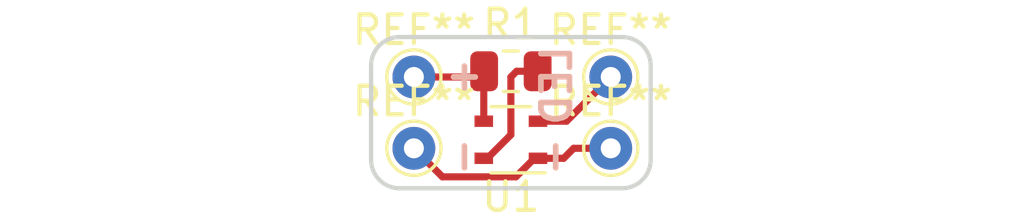
<source format=kicad_pcb>
(kicad_pcb (version 20171130) (host pcbnew "(5.0.1-3-g963ef8bb5)")

  (general
    (thickness 1.6)
    (drawings 12)
    (tracks 18)
    (zones 0)
    (modules 6)
    (nets 5)
  )

  (page A4)
  (layers
    (0 F.Cu signal)
    (31 B.Cu signal)
    (32 B.Adhes user)
    (33 F.Adhes user)
    (34 B.Paste user)
    (35 F.Paste user)
    (36 B.SilkS user)
    (37 F.SilkS user)
    (38 B.Mask user)
    (39 F.Mask user)
    (40 Dwgs.User user)
    (41 Cmts.User user)
    (42 Eco1.User user)
    (43 Eco2.User user)
    (44 Edge.Cuts user)
    (45 Margin user)
    (46 B.CrtYd user)
    (47 F.CrtYd user)
    (48 B.Fab user)
    (49 F.Fab user)
  )

  (setup
    (last_trace_width 0.25)
    (trace_clearance 0.2)
    (zone_clearance 0.508)
    (zone_45_only no)
    (trace_min 0.2)
    (segment_width 0.2)
    (edge_width 0.15)
    (via_size 0.8)
    (via_drill 0.4)
    (via_min_size 0.4)
    (via_min_drill 0.3)
    (uvia_size 0.3)
    (uvia_drill 0.1)
    (uvias_allowed no)
    (uvia_min_size 0.2)
    (uvia_min_drill 0.1)
    (pcb_text_width 0.3)
    (pcb_text_size 1.5 1.5)
    (mod_edge_width 0.15)
    (mod_text_size 1 1)
    (mod_text_width 0.15)
    (pad_size 1.5 1.5)
    (pad_drill 0.7)
    (pad_to_mask_clearance 0.051)
    (solder_mask_min_width 0.25)
    (aux_axis_origin 0 0)
    (visible_elements FFFFFF7F)
    (pcbplotparams
      (layerselection 0x010fc_ffffffff)
      (usegerberextensions false)
      (usegerberattributes false)
      (usegerberadvancedattributes false)
      (creategerberjobfile false)
      (excludeedgelayer true)
      (linewidth 0.050000)
      (plotframeref false)
      (viasonmask false)
      (mode 1)
      (useauxorigin false)
      (hpglpennumber 1)
      (hpglpenspeed 20)
      (hpglpendiameter 15.000000)
      (psnegative false)
      (psa4output false)
      (plotreference true)
      (plotvalue true)
      (plotinvisibletext false)
      (padsonsilk false)
      (subtractmaskfromsilk false)
      (outputformat 1)
      (mirror false)
      (drillshape 1)
      (scaleselection 1)
      (outputdirectory ""))
  )

  (net 0 "")
  (net 1 /Vs)
  (net 2 /Rext)
  (net 3 GND)
  (net 4 /Iout)

  (net_class Default "This is the default net class."
    (clearance 0.2)
    (trace_width 0.25)
    (via_dia 0.8)
    (via_drill 0.4)
    (uvia_dia 0.3)
    (uvia_drill 0.1)
    (add_net /Iout)
    (add_net /Rext)
    (add_net /Vs)
    (add_net GND)
  )

  (module TestPoint:TestPoint_THTPad_D1.5mm_Drill0.7mm (layer F.Cu) (tedit 5C7EB02E) (tstamp 5C7ED11B)
    (at 130.8 24.8)
    (descr "THT pad as test Point, diameter 1.5mm, hole diameter 0.7mm")
    (tags "test point THT pad")
    (attr virtual)
    (fp_text reference REF** (at 0 -1.648) (layer F.SilkS)
      (effects (font (size 1 1) (thickness 0.15)))
    )
    (fp_text value TestPoint_THTPad_D1.5mm_Drill0.7mm (at 0 1.75) (layer F.Fab)
      (effects (font (size 1 1) (thickness 0.15)))
    )
    (fp_text user %R (at 0 -1.65) (layer F.Fab)
      (effects (font (size 1 1) (thickness 0.15)))
    )
    (fp_circle (center 0 0) (end 1.25 0) (layer F.CrtYd) (width 0.05))
    (fp_circle (center 0 0) (end 0 0.95) (layer F.SilkS) (width 0.12))
    (pad 1 thru_hole circle (at 0 0) (size 1.5 1.5) (drill 0.7) (layers *.Cu *.Mask)
      (net 4 /Iout))
  )

  (module TestPoint:TestPoint_THTPad_D1.5mm_Drill0.7mm (layer F.Cu) (tedit 5C7EAF2B) (tstamp 5C7ED0ED)
    (at 130.8 27.3)
    (descr "THT pad as test Point, diameter 1.5mm, hole diameter 0.7mm")
    (tags "test point THT pad")
    (attr virtual)
    (fp_text reference REF** (at 0 -1.648) (layer F.SilkS)
      (effects (font (size 1 1) (thickness 0.15)))
    )
    (fp_text value TestPoint_THTPad_D1.5mm_Drill0.7mm (at 0 1.75) (layer F.Fab)
      (effects (font (size 1 1) (thickness 0.15)))
    )
    (fp_text user %R (at 0 -1.65) (layer F.Fab)
      (effects (font (size 1 1) (thickness 0.15)))
    )
    (fp_circle (center 0 0) (end 1.25 0) (layer F.CrtYd) (width 0.05))
    (fp_circle (center 0 0) (end 0 0.95) (layer F.SilkS) (width 0.12))
    (pad 1 thru_hole circle (at 0 0) (size 1.5 1.5) (drill 0.7) (layers *.Cu *.Mask)
      (net 3 GND))
  )

  (module Package_TO_SOT_SMD:SOT-343_SC-70-4 (layer F.Cu) (tedit 5A02FF57) (tstamp 5C7EC294)
    (at 127.3 27 180)
    (descr "SOT-343, SC-70-4")
    (tags "SOT-343 SC-70-4")
    (path /5C7F43D3)
    (attr smd)
    (fp_text reference U1 (at 0 -2 180) (layer F.SilkS)
      (effects (font (size 1 1) (thickness 0.15)))
    )
    (fp_text value BCR401W (at 0 2) (layer F.Fab)
      (effects (font (size 1 1) (thickness 0.15)))
    )
    (fp_text user %R (at 0 0 270) (layer F.Fab)
      (effects (font (size 0.5 0.5) (thickness 0.075)))
    )
    (fp_line (start 0.7 -1.16) (end -1.2 -1.16) (layer F.SilkS) (width 0.12))
    (fp_line (start -0.7 1.16) (end 0.7 1.16) (layer F.SilkS) (width 0.12))
    (fp_line (start 1.6 1.4) (end 1.6 -1.4) (layer F.CrtYd) (width 0.05))
    (fp_line (start -1.6 -1.4) (end -1.6 1.4) (layer F.CrtYd) (width 0.05))
    (fp_line (start -1.6 -1.4) (end 1.6 -1.4) (layer F.CrtYd) (width 0.05))
    (fp_line (start 0.675 -1.1) (end -0.175 -1.1) (layer F.Fab) (width 0.1))
    (fp_line (start -0.675 -0.6) (end -0.675 1.1) (layer F.Fab) (width 0.1))
    (fp_line (start -1.6 1.4) (end 1.6 1.4) (layer F.CrtYd) (width 0.05))
    (fp_line (start 0.675 -1.1) (end 0.675 1.1) (layer F.Fab) (width 0.1))
    (fp_line (start 0.675 1.1) (end -0.675 1.1) (layer F.Fab) (width 0.1))
    (fp_line (start -0.175 -1.1) (end -0.675 -0.6) (layer F.Fab) (width 0.1))
    (pad 1 smd rect (at -0.95 -0.65 180) (size 0.65 0.4) (layers F.Cu F.Paste F.Mask)
      (net 3 GND))
    (pad 2 smd rect (at -0.95 0.65 180) (size 0.65 0.4) (layers F.Cu F.Paste F.Mask)
      (net 4 /Iout))
    (pad 3 smd rect (at 0.95 0.65 180) (size 0.65 0.4) (layers F.Cu F.Paste F.Mask)
      (net 1 /Vs))
    (pad 4 smd rect (at 0.95 -0.65 180) (size 0.65 0.4) (layers F.Cu F.Paste F.Mask)
      (net 2 /Rext))
    (model ${KISYS3DMOD}/Package_TO_SOT_SMD.3dshapes/SOT-343_SC-70-4.wrl
      (at (xyz 0 0 0))
      (scale (xyz 1 1 1))
      (rotate (xyz 0 0 0))
    )
  )

  (module Resistor_SMD:R_0805_2012Metric (layer F.Cu) (tedit 5B36C52B) (tstamp 5C7ED024)
    (at 127.3 24.6)
    (descr "Resistor SMD 0805 (2012 Metric), square (rectangular) end terminal, IPC_7351 nominal, (Body size source: https://docs.google.com/spreadsheets/d/1BsfQQcO9C6DZCsRaXUlFlo91Tg2WpOkGARC1WS5S8t0/edit?usp=sharing), generated with kicad-footprint-generator")
    (tags resistor)
    (path /5C7F4893)
    (attr smd)
    (fp_text reference R1 (at 0 -1.65) (layer F.SilkS)
      (effects (font (size 1 1) (thickness 0.15)))
    )
    (fp_text value R (at 0 1.65) (layer F.Fab)
      (effects (font (size 1 1) (thickness 0.15)))
    )
    (fp_line (start -1 0.6) (end -1 -0.6) (layer F.Fab) (width 0.1))
    (fp_line (start -1 -0.6) (end 1 -0.6) (layer F.Fab) (width 0.1))
    (fp_line (start 1 -0.6) (end 1 0.6) (layer F.Fab) (width 0.1))
    (fp_line (start 1 0.6) (end -1 0.6) (layer F.Fab) (width 0.1))
    (fp_line (start -0.258578 -0.71) (end 0.258578 -0.71) (layer F.SilkS) (width 0.12))
    (fp_line (start -0.258578 0.71) (end 0.258578 0.71) (layer F.SilkS) (width 0.12))
    (fp_line (start -1.68 0.95) (end -1.68 -0.95) (layer F.CrtYd) (width 0.05))
    (fp_line (start -1.68 -0.95) (end 1.68 -0.95) (layer F.CrtYd) (width 0.05))
    (fp_line (start 1.68 -0.95) (end 1.68 0.95) (layer F.CrtYd) (width 0.05))
    (fp_line (start 1.68 0.95) (end -1.68 0.95) (layer F.CrtYd) (width 0.05))
    (fp_text user %R (at 0 0) (layer F.Fab)
      (effects (font (size 0.5 0.5) (thickness 0.08)))
    )
    (pad 1 smd roundrect (at -0.9375 0) (size 0.975 1.4) (layers F.Cu F.Paste F.Mask) (roundrect_rratio 0.25)
      (net 1 /Vs))
    (pad 2 smd roundrect (at 0.9375 0) (size 0.975 1.4) (layers F.Cu F.Paste F.Mask) (roundrect_rratio 0.25)
      (net 2 /Rext))
    (model ${KISYS3DMOD}/Resistor_SMD.3dshapes/R_0805_2012Metric.wrl
      (at (xyz 0 0 0))
      (scale (xyz 1 1 1))
      (rotate (xyz 0 0 0))
    )
  )

  (module TestPoint:TestPoint_THTPad_D1.5mm_Drill0.7mm (layer F.Cu) (tedit 5C7EAEE9) (tstamp 5C7ECE07)
    (at 123.9 24.8)
    (descr "THT pad as test Point, diameter 1.5mm, hole diameter 0.7mm")
    (tags "test point THT pad")
    (attr virtual)
    (fp_text reference REF** (at 0 -1.648) (layer F.SilkS)
      (effects (font (size 1 1) (thickness 0.15)))
    )
    (fp_text value TestPoint_THTPad_D1.5mm_Drill0.7mm (at 0 1.75) (layer F.Fab)
      (effects (font (size 1 1) (thickness 0.15)))
    )
    (fp_circle (center 0 0) (end 0 0.95) (layer F.SilkS) (width 0.12))
    (fp_circle (center 0 0) (end 1.25 0) (layer F.CrtYd) (width 0.05))
    (fp_text user %R (at 0 -1.65) (layer F.Fab)
      (effects (font (size 1 1) (thickness 0.15)))
    )
    (pad 1 thru_hole circle (at 0 0) (size 1.5 1.5) (drill 0.7) (layers *.Cu *.Mask)
      (net 1 /Vs))
  )

  (module TestPoint:TestPoint_THTPad_D1.5mm_Drill0.7mm (layer F.Cu) (tedit 5C7EAF2B) (tstamp 5C7ECE85)
    (at 123.9 27.3)
    (descr "THT pad as test Point, diameter 1.5mm, hole diameter 0.7mm")
    (tags "test point THT pad")
    (attr virtual)
    (fp_text reference REF** (at 0 -1.648) (layer F.SilkS)
      (effects (font (size 1 1) (thickness 0.15)))
    )
    (fp_text value TestPoint_THTPad_D1.5mm_Drill0.7mm (at 0 1.75) (layer F.Fab)
      (effects (font (size 1 1) (thickness 0.15)))
    )
    (fp_circle (center 0 0) (end 0 0.95) (layer F.SilkS) (width 0.12))
    (fp_circle (center 0 0) (end 1.25 0) (layer F.CrtYd) (width 0.05))
    (fp_text user %R (at 0 -1.65) (layer F.Fab)
      (effects (font (size 1 1) (thickness 0.15)))
    )
    (pad 1 thru_hole circle (at 0 0) (size 1.5 1.5) (drill 0.7) (layers *.Cu *.Mask)
      (net 3 GND))
  )

  (gr_text LED (at 128.9 25.1 90) (layer B.SilkS) (tstamp 5C7ED7E5)
    (effects (font (size 1 1) (thickness 0.2)) (justify mirror))
  )
  (gr_line (start 131.2 28.7) (end 123.4 28.7) (layer Edge.Cuts) (width 0.15))
  (gr_line (start 132.2 24.4) (end 132.2 27.7) (layer Edge.Cuts) (width 0.15))
  (gr_arc (start 131.2 27.7) (end 131.2 28.7) (angle -90) (layer Edge.Cuts) (width 0.15) (tstamp 5C7ED1D5))
  (gr_line (start 122.4 24.4) (end 122.4 27.7) (layer Edge.Cuts) (width 0.15))
  (gr_arc (start 123.4 27.7) (end 122.4 27.7) (angle -90) (layer Edge.Cuts) (width 0.15) (tstamp 5C7ED1CC))
  (gr_line (start 131.2 23.4) (end 123.4 23.4) (layer Edge.Cuts) (width 0.15))
  (gr_arc (start 131.2 24.4) (end 132.2 24.4) (angle -90) (layer Edge.Cuts) (width 0.15) (tstamp 5C7ED1C4))
  (gr_arc (start 123.4 24.4) (end 123.4 23.4) (angle -90) (layer Edge.Cuts) (width 0.15))
  (gr_text - (at 128.8 27.6 90) (layer B.SilkS) (tstamp 5C7ED1A5)
    (effects (font (size 1 1) (thickness 0.2)))
  )
  (gr_text - (at 125.6 27.6 90) (layer B.SilkS) (tstamp 5C7ED19B)
    (effects (font (size 1 1) (thickness 0.2)))
  )
  (gr_text + (at 125.6 24.8 90) (layer B.SilkS)
    (effects (font (size 1 1) (thickness 0.2)))
  )

  (segment (start 126.35 24.6125) (end 126.3625 24.6) (width 0.25) (layer F.Cu) (net 1))
  (segment (start 126.35 26.35) (end 126.35 24.6125) (width 0.25) (layer F.Cu) (net 1))
  (segment (start 126.1625 24.8) (end 126.3625 24.6) (width 0.25) (layer F.Cu) (net 1))
  (segment (start 123.9 24.8) (end 126.1625 24.8) (width 0.25) (layer F.Cu) (net 1))
  (segment (start 126.475 27.65) (end 126.35 27.65) (width 0.25) (layer F.Cu) (net 2))
  (segment (start 127.5 24.6) (end 127.3 24.8) (width 0.25) (layer F.Cu) (net 2))
  (segment (start 127.3 26.825) (end 126.475 27.65) (width 0.25) (layer F.Cu) (net 2))
  (segment (start 127.3 24.8) (end 127.3 26.825) (width 0.25) (layer F.Cu) (net 2))
  (segment (start 128.2375 24.6) (end 127.5 24.6) (width 0.25) (layer F.Cu) (net 2))
  (segment (start 128.125 27.65) (end 127.475 28.3) (width 0.25) (layer F.Cu) (net 3))
  (segment (start 128.25 27.65) (end 128.125 27.65) (width 0.25) (layer F.Cu) (net 3))
  (segment (start 124.9 28.3) (end 123.9 27.3) (width 0.25) (layer F.Cu) (net 3))
  (segment (start 127.475 28.3) (end 124.9 28.3) (width 0.25) (layer F.Cu) (net 3))
  (segment (start 129.5 27.3) (end 130.8 27.3) (width 0.25) (layer F.Cu) (net 3))
  (segment (start 129.15 27.65) (end 129.5 27.3) (width 0.25) (layer F.Cu) (net 3))
  (segment (start 128.25 27.65) (end 129.15 27.65) (width 0.25) (layer F.Cu) (net 3))
  (segment (start 129.25 26.35) (end 130.8 24.8) (width 0.25) (layer F.Cu) (net 4))
  (segment (start 128.25 26.35) (end 129.25 26.35) (width 0.25) (layer F.Cu) (net 4))

)

</source>
